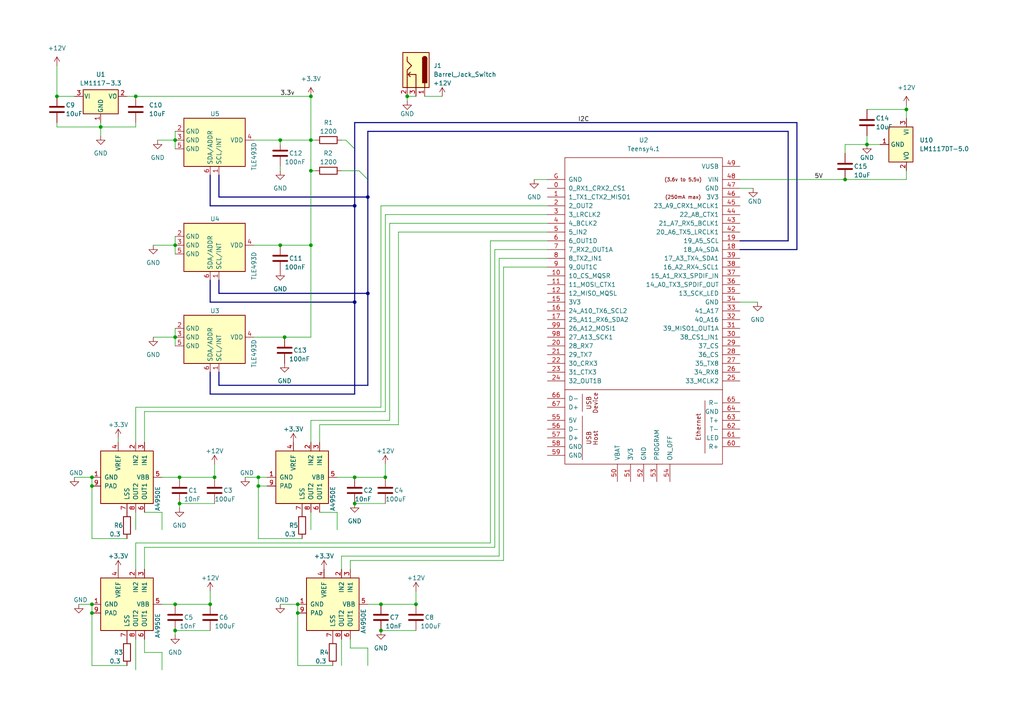
<source format=kicad_sch>
(kicad_sch (version 20230121) (generator eeschema)
  (paper "A4")
  (lib_symbols
    (symbol "Connector:Barrel_Jack_Switch" (pin_names hide)
      (property "Reference" "J" (at 0 5.334 0))
      (property "Value" "Barrel_Jack_Switch" (at 0 -5.08 0))
      (symbol "Barrel_Jack_Switch_0_1"
        (rectangle (start -5.08 3.81) (end 5.08 -3.81) (stroke (width 0.254)) (fill (type background)))
        (arc (start -3.302 3.175) (mid -3.9343 2.54) (end -3.302 1.905) (stroke (width 0.254)))
        (arc (start -3.302 3.175) (mid -3.9343 2.54) (end -3.302 1.905) (stroke (width 0.254)) (fill (type outline)))
        (polyline (pts (xy 1.27 -2.286) (xy 1.905 -1.651)) (stroke (width 0.254)))
        (polyline (pts (xy 5.08 2.54) (xy 3.81 2.54)) (stroke (width 0.254)))
        (polyline (pts (xy 5.08 0) (xy 1.27 0) (xy 1.27 -2.286) (xy 0.635 -1.651)) (stroke (width 0.254)))
        (polyline (pts (xy -3.81 -2.54) (xy -2.54 -2.54) (xy -1.27 -1.27) (xy 0 -2.54) (xy 2.54 -2.54) (xy 5.08 -2.54)) (stroke (width 0.254)))
        (rectangle (start 3.683 3.175) (end -3.302 1.905) (stroke (width 0.254)) (fill (type outline)))
      )
      (symbol "Barrel_Jack_Switch_1_1"
        (pin passive line (at 7.62 2.54 180) (length 2.54) (name "~") (number "1"))
        (pin passive line (at 7.62 -2.54 180) (length 2.54) (name "~") (number "2"))
        (pin passive line (at 7.62 0 180) (length 2.54) (name "~") (number "3"))
      )
    )
    (symbol "Device:C" (pin_numbers hide) (pin_names (offset 0.254))
      (property "Reference" "C" (at 0.635 2.54 0))
      (property "Value" "C" (at 0.635 -2.54 0))
      (symbol "C_0_1"
        (polyline (pts (xy -2.032 -0.762) (xy 2.032 -0.762)) (stroke (width 0.508)))
        (polyline (pts (xy -2.032 0.762) (xy 2.032 0.762)) (stroke (width 0.508)))
      )
      (symbol "C_1_1"
        (pin passive line (at 0 3.81 270) (length 2.794) (name "~") (number "1"))
        (pin passive line (at 0 -3.81 90) (length 2.794) (name "~") (number "2"))
      )
    )
    (symbol "Device:R" (pin_numbers hide) (pin_names (offset 0))
      (property "Reference" "R" (at 2.032 0 90))
      (property "Value" "R" (at 0 0 90))
      (symbol "R_0_1"
        (rectangle (start -1.016 -2.54) (end 1.016 2.54) (stroke (width 0.254)))
      )
      (symbol "R_1_1"
        (pin passive line (at 0 3.81 270) (length 1.27) (name "~") (number "1"))
        (pin passive line (at 0 -3.81 90) (length 1.27) (name "~") (number "2"))
      )
    )
    (symbol "Driver_Motor:A4950E" (pin_names (offset 1.016))
      (property "Reference" "U" (at -7.62 8.89 0))
      (property "Value" "A4950E" (at 5.08 8.89 0))
      (symbol "A4950E_0_1"
        (rectangle (start -7.62 7.62) (end 7.62 -7.62) (stroke (width 0.254)) (fill (type background)))
      )
      (symbol "A4950E_1_1"
        (pin power_in line (at 0 -10.16 90) (length 2.54) (name "GND") (number "1"))
        (pin input line (at -10.16 2.54 0) (length 2.54) (name "IN2") (number "2"))
        (pin input line (at -10.16 5.08 0) (length 2.54) (name "IN1") (number "3"))
        (pin passive line (at -10.16 -2.54 0) (length 2.54) (name "VREF") (number "4"))
        (pin power_in line (at 0 10.16 270) (length 2.54) (name "VBB") (number "5"))
        (pin power_out line (at 10.16 5.08 180) (length 2.54) (name "OUT1") (number "6"))
        (pin power_in line (at 10.16 0 180) (length 2.54) (name "LSS") (number "7"))
        (pin power_out line (at 10.16 2.54 180) (length 2.54) (name "OUT2") (number "8"))
        (pin power_in line (at 2.54 -10.16 90) (length 2.54) (name "PAD") (number "9"))
      )
    )
    (symbol "Regulator_Linear1:LM1117-3.3" (pin_names (offset 0.254))
      (property "Reference" "U" (at -3.81 3.175 0))
      (property "Value" "LM1117-3.3" (at 0 3.175 0))
      (symbol "LM1117-3.3_0_1"
        (rectangle (start -5.08 -5.08) (end 5.08 1.905) (stroke (width 0.254)) (fill (type background)))
      )
      (symbol "LM1117-3.3_1_1"
        (pin power_in line (at 0 -7.62 90) (length 2.54) (name "GND") (number "1"))
        (pin power_out line (at 7.62 0 180) (length 2.54) (name "VO") (number "2"))
        (pin power_in line (at -7.62 0 0) (length 2.54) (name "VI") (number "3"))
      )
    )
    (symbol "Regulator_Linear:LM1117DT-5.0"
      (property "Reference" "U" (at -3.81 3.175 0))
      (property "Value" "LM1117DT-5.0" (at 0 3.175 0))
      (symbol "LM1117DT-5.0_0_1"
        (rectangle (start -5.08 -5.08) (end 5.08 1.905) (stroke (width 0.254)) (fill (type background)))
      )
      (symbol "LM1117DT-5.0_1_1"
        (pin power_in line (at 0 -7.62 90) (length 2.54) (name "GND") (number "1"))
        (pin power_out line (at 7.62 0 180) (length 2.54) (name "VO") (number "2"))
        (pin power_in line (at -7.62 0 0) (length 2.54) (name "VI") (number "3"))
      )
    )
    (symbol "Sensor_Magnetic:TLV493D"
      (property "Reference" "U" (at -6.35 11.43 0))
      (property "Value" "TLV493D" (at 5.08 11.43 0))
      (symbol "TLV493D_0_1"
        (rectangle (start -7.62 10.16) (end 6.35 -7.62) (stroke (width 0.254)) (fill (type background)))
      )
      (symbol "TLV493D_1_1"
        (pin bidirectional line (at -10.16 2.54 0) (length 2.54) (name "SCL/INT") (number "1"))
        (pin power_in line (at 2.54 -10.16 90) (length 2.54) (name "GND") (number "2"))
        (pin power_in line (at 0 -10.16 90) (length 2.54) (name "GND") (number "3"))
        (pin power_in line (at 0 12.7 270) (length 2.54) (name "VDD") (number "4"))
        (pin power_in line (at -2.54 -10.16 90) (length 2.54) (name "GND") (number "5"))
        (pin bidirectional line (at -10.16 0 0) (length 2.54) (name "SDA/ADDR") (number "6"))
      )
    )
    (symbol "power:+12V" (power) (pin_names (offset 0))
      (property "Value" "+12V" (at 0 3.556 0))
      (symbol "+12V_0_1"
        (polyline (pts (xy -0.762 1.27) (xy 0 2.54)))
        (polyline (pts (xy 0 0) (xy 0 2.54)))
        (polyline (pts (xy 0 2.54) (xy 0.762 1.27)))
      )
      (symbol "+12V_1_1"
        (pin power_in line (at 0 0 90) (length 0) hide (name "+12V") (number "1"))
      )
    )
    (symbol "power:+3.3V" (power) (pin_names (offset 0))
      (property "Value" "+3.3V" (at 0 3.556 0))
      (symbol "+3.3V_0_1"
        (polyline (pts (xy -0.762 1.27) (xy 0 2.54)))
        (polyline (pts (xy 0 0) (xy 0 2.54)))
        (polyline (pts (xy 0 2.54) (xy 0.762 1.27)))
      )
      (symbol "+3.3V_1_1"
        (pin power_in line (at 0 0 90) (length 0) hide (name "+3.3V") (number "1"))
      )
    )
    (symbol "power:GND" (power) (pin_names (offset 0))
      (property "Value" "GND" (at 0 -3.81 0))
      (symbol "GND_0_1"
        (polyline (pts (xy 0 0) (xy 0 -1.27) (xy 1.27 -1.27) (xy 0 -2.54) (xy -1.27 -1.27) (xy 0 -1.27)))
      )
      (symbol "GND_1_1"
        (pin power_in line (at 0 0 270) (length 0) hide (name "GND") (number "1"))
      )
    )
    (symbol "teensy:Teensy4.1" (pin_names (offset 1.016))
      (property "Reference" "U2" (at 0 66.04 0))
      (property "Value" "Teensy4.1" (at 0 63.5 0))
      (symbol "Teensy4.1_0_0"
        (polyline (pts (xy -22.86 -6.35) (xy 22.86 -6.35)))
        (polyline (pts (xy -17.78 -26.67) (xy -17.78 -13.97)))
        (polyline (pts (xy -17.78 -7.62) (xy -17.78 -12.7)))
        (polyline (pts (xy 17.78 -9.525) (xy 17.78 -24.765)))
        (text "(250mA max)" (at 11.43 49.53 0) (effects (font (size 1.016 1.016))))
        (text "(3.6v to 5.5v)" (at 11.43 54.61 0) (effects (font (size 1.016 1.016))))
        (text "Device" (at -13.97 -10.16 900) (effects (font (size 1.27 1.27))))
        (text "Ethernet" (at 15.875 -17.145 900) (effects (font (size 1.27 1.27))))
        (text "Host" (at -13.97 -20.32 900) (effects (font (size 1.27 1.27))))
        (text "USB" (at -15.875 -20.32 900) (effects (font (size 1.27 1.27))))
        (text "USB" (at -15.875 -10.16 900) (effects (font (size 1.27 1.27))))
        (pin power_in line (at -27.94 19.05 0) (length 5.08) (name "3V3") (number "15"))
        (pin bidirectional line (at -27.94 16.51 0) (length 5.08) (name "24_A10_TX6_SCL2") (number "16"))
        (pin bidirectional line (at -27.94 13.97 0) (length 5.08) (name "25_A11_RX6_SDA2") (number "17"))
        (pin bidirectional line (at -27.94 6.35 0) (length 5.08) (name "28_RX7") (number "20"))
        (pin bidirectional line (at -27.94 3.81 0) (length 5.08) (name "29_TX7") (number "21"))
        (pin bidirectional line (at -27.94 1.27 0) (length 5.08) (name "30_CRX3") (number "22"))
        (pin bidirectional line (at -27.94 -1.27 0) (length 5.08) (name "31_CTX3") (number "23"))
        (pin bidirectional line (at -27.94 -3.81 0) (length 5.08) (name "32_OUT1B") (number "24"))
        (pin bidirectional line (at 27.94 -3.81 180) (length 5.08) (name "33_MCLK2") (number "25"))
        (pin bidirectional line (at 27.94 -1.27 180) (length 5.08) (name "34_RX8") (number "26"))
        (pin bidirectional line (at 27.94 1.27 180) (length 5.08) (name "35_TX8") (number "27"))
        (pin bidirectional line (at 27.94 3.81 180) (length 5.08) (name "36_CS") (number "28"))
        (pin bidirectional line (at 27.94 6.35 180) (length 5.08) (name "37_CS") (number "29"))
        (pin bidirectional line (at 27.94 8.89 180) (length 5.08) (name "38_CS1_IN1") (number "30"))
        (pin bidirectional line (at 27.94 11.43 180) (length 5.08) (name "39_MISO1_OUT1A") (number "31"))
        (pin bidirectional line (at 27.94 13.97 180) (length 5.08) (name "40_A16") (number "32"))
        (pin bidirectional line (at 27.94 16.51 180) (length 5.08) (name "41_A17") (number "33"))
        (pin bidirectional line (at 27.94 21.59 180) (length 5.08) (name "13_SCK_LED") (number "35"))
        (pin bidirectional line (at 27.94 24.13 180) (length 5.08) (name "14_A0_TX3_SPDIF_OUT") (number "36"))
        (pin bidirectional line (at 27.94 26.67 180) (length 5.08) (name "15_A1_RX3_SPDIF_IN") (number "37"))
        (pin bidirectional line (at 27.94 29.21 180) (length 5.08) (name "16_A2_RX4_SCL1") (number "38"))
        (pin bidirectional line (at 27.94 31.75 180) (length 5.08) (name "17_A3_TX4_SDA1") (number "39"))
        (pin bidirectional line (at 27.94 39.37 180) (length 5.08) (name "20_A6_TX5_LRCLK1") (number "42"))
        (pin bidirectional line (at 27.94 41.91 180) (length 5.08) (name "21_A7_RX5_BCLK1") (number "43"))
        (pin bidirectional line (at 27.94 44.45 180) (length 5.08) (name "22_A8_CTX1") (number "44"))
        (pin bidirectional line (at 27.94 46.99 180) (length 5.08) (name "23_A9_CRX1_MCLK1") (number "45"))
        (pin output line (at 27.94 49.53 180) (length 5.08) (name "3V3") (number "46"))
        (pin output line (at 27.94 52.07 180) (length 5.08) (name "GND") (number "47"))
        (pin power_in line (at 27.94 54.61 180) (length 5.08) (name "VIN") (number "48"))
        (pin power_out line (at 27.94 58.42 180) (length 5.08) (name "VUSB") (number "49"))
        (pin power_in line (at -7.62 -33.02 90) (length 5.08) (name "VBAT") (number "50"))
        (pin power_in line (at -3.81 -33.02 90) (length 5.08) (name "3V3") (number "51"))
        (pin input line (at 0 -33.02 90) (length 5.08) (name "GND") (number "52"))
        (pin input line (at 3.81 -33.02 90) (length 5.08) (name "PROGRAM") (number "53"))
        (pin input line (at 7.62 -33.02 90) (length 5.08) (name "ON_OFF") (number "54"))
        (pin power_out line (at -27.94 -15.24 0) (length 5.08) (name "5V") (number "55"))
        (pin bidirectional line (at -27.94 -17.78 0) (length 5.08) (name "D-") (number "56"))
        (pin bidirectional line (at -27.94 -20.32 0) (length 5.08) (name "D+") (number "57"))
        (pin power_in line (at -27.94 -22.86 0) (length 5.08) (name "GND") (number "58"))
        (pin power_in line (at -27.94 -25.4 0) (length 5.08) (name "GND") (number "59"))
        (pin bidirectional line (at 27.94 -22.86 180) (length 5.08) (name "R+") (number "60"))
        (pin bidirectional line (at 27.94 -20.32 180) (length 5.08) (name "LED") (number "61"))
        (pin bidirectional line (at 27.94 -17.78 180) (length 5.08) (name "T-") (number "62"))
        (pin bidirectional line (at 27.94 -15.24 180) (length 5.08) (name "T+") (number "63"))
        (pin power_in line (at 27.94 -12.7 180) (length 5.08) (name "GND") (number "64"))
        (pin bidirectional line (at 27.94 -10.16 180) (length 5.08) (name "R-") (number "65"))
        (pin bidirectional line (at -27.94 -8.89 0) (length 5.08) (name "D-") (number "66"))
        (pin bidirectional line (at -27.94 -11.43 0) (length 5.08) (name "D+") (number "67"))
      )
      (symbol "Teensy4.1_0_1"
        (rectangle (start -22.86 60.96) (end 22.86 -27.94))
        (rectangle (start -20.32 -1.27) (end -20.32 -1.27))
      )
      (symbol "Teensy4.1_1_0"
        (pin bidirectional line (at -27.94 26.67 0) (length 5.08) (name "10_CS_MQSR") (number "10"))
        (pin bidirectional line (at -27.94 24.13 0) (length 5.08) (name "11_MOSI_CTX1") (number "11"))
        (pin bidirectional line (at -27.94 21.59 0) (length 5.08) (name "12_MISO_MQSL") (number "12"))
        (pin bidirectional line (at 27.94 34.29 180) (length 5.08) (name "18_A4_SDA") (number "18"))
        (pin bidirectional line (at 27.94 36.83 180) (length 5.08) (name "19_A5_SCL") (number "19"))
        (pin bidirectional line (at -27.94 44.45 0) (length 5.08) (name "3_LRCLK2") (number "3"))
        (pin bidirectional line (at -27.94 41.91 0) (length 5.08) (name "4_BCLK2") (number "4"))
        (pin bidirectional line (at -27.94 39.37 0) (length 5.08) (name "5_IN2") (number "5"))
        (pin bidirectional line (at -27.94 36.83 0) (length 5.08) (name "6_OUT1D") (number "6"))
        (pin bidirectional line (at -27.94 34.29 0) (length 5.08) (name "7_RX2_OUT1A") (number "7"))
        (pin bidirectional line (at -27.94 31.75 0) (length 5.08) (name "8_TX2_IN1") (number "8"))
        (pin bidirectional line (at -27.94 29.21 0) (length 5.08) (name "9_OUT1C") (number "9"))
        (pin bidirectional line (at -27.94 8.89 0) (length 5.08) (name "27_A13_SCK1") (number "98"))
        (pin bidirectional line (at -27.94 11.43 0) (length 5.08) (name "26_A12_MOSI1") (number "99"))
      )
      (symbol "Teensy4.1_1_1"
        (pin bidirectional line (at -27.94 52.07 0) (length 5.08) (name "0_RX1_CRX2_CS1") (number "0"))
        (pin bidirectional line (at -27.94 49.53 0) (length 5.08) (name "1_TX1_CTX2_MISO1") (number "1"))
        (pin bidirectional line (at -27.94 46.99 0) (length 5.08) (name "2_OUT2") (number "2"))
        (pin power_in line (at 27.94 19.05 180) (length 5.08) (name "GND") (number "34"))
        (pin power_in line (at -27.94 54.61 0) (length 5.08) (name "GND") (number "G"))
      )
    )
  )
  (junction (at 106.68 85.09))
  (junction (at 82.55 97.79))
  (junction (at 118.11 27.94))
  (junction (at 26.67 175.26))
  (junction (at 81.28 40.64))
  (junction (at 86.36 175.26))
  (junction (at 86.36 177.8))
  (junction (at 50.8 182.88))
  (junction (at 50.8 97.79))
  (junction (at 102.87 146.05))
  (junction (at 90.17 27.94))
  (junction (at 90.17 40.64))
  (junction (at 39.37 27.94))
  (junction (at 62.23 138.43))
  (junction (at 74.93 140.97))
  (junction (at 111.76 138.43))
  (junction (at 50.8 71.12))
  (junction (at 26.67 138.43))
  (junction (at 102.87 87.63))
  (junction (at 120.65 175.26))
  (junction (at 26.67 140.97))
  (junction (at 29.21 36.83))
  (junction (at 81.28 71.12))
  (junction (at 16.51 27.94))
  (junction (at 90.17 49.53))
  (junction (at 52.07 146.05))
  (junction (at 52.07 138.43))
  (junction (at 110.49 182.88))
  (junction (at 110.49 175.26))
  (junction (at 106.68 57.15))
  (junction (at 50.8 40.64))
  (junction (at 74.93 138.43))
  (junction (at 262.89 31.75))
  (junction (at 60.96 175.26))
  (junction (at 102.87 59.69))
  (junction (at 50.8 175.26))
  (junction (at 245.11 52.07))
  (junction (at 26.67 177.8))
  (junction (at 251.46 41.91))
  (junction (at 102.87 138.43))
  (junction (at 90.17 71.12))
  (bus_entry (at 100.33 40.64) (size 2.54 2.54))
  (bus_entry (at 104.14 49.53) (size 2.54 2.54))
  (wire (pts (xy 41.91 189.23) (xy 46.99 189.23)))
  (wire (pts (xy 101.6 185.42) (xy 101.6 187.96)))
  (wire (pts (xy 154.94 52.07) (xy 158.75 52.07)))
  (wire (pts (xy 90.17 121.92) (xy 90.17 128.27)))
  (wire (pts (xy 81.28 48.26) (xy 81.28 49.53)))
  (wire (pts (xy 251.46 31.75) (xy 262.89 31.75)))
  (wire (pts (xy 16.51 36.83) (xy 29.21 36.83)))
  (bus (pts (xy 106.68 85.09) (xy 106.68 111.76)))
  (wire (pts (xy 219.71 87.63) (xy 214.63 87.63)))
  (bus (pts (xy 228.6 38.1) (xy 228.6 69.85)))
  (wire (pts (xy 81.28 40.64) (xy 90.17 40.64)))
  (wire (pts (xy 26.67 138.43) (xy 26.67 140.97)))
  (wire (pts (xy 34.29 127) (xy 34.29 128.27)))
  (wire (pts (xy 115.57 67.31) (xy 115.57 123.19)))
  (bus (pts (xy 102.87 35.56) (xy 231.14 35.56)))
  (wire (pts (xy 101.6 187.96) (xy 106.68 187.96)))
  (wire (pts (xy 144.78 74.93) (xy 144.78 161.29)))
  (wire (pts (xy 111.76 119.38) (xy 111.76 62.23)))
  (bus (pts (xy 214.63 69.85) (xy 228.6 69.85)))
  (bus (pts (xy 102.87 114.3) (xy 60.96 114.3)))
  (bus (pts (xy 214.63 72.39) (xy 231.14 72.39)))
  (wire (pts (xy 99.06 161.29) (xy 99.06 165.1)))
  (wire (pts (xy 146.05 77.47) (xy 146.05 162.56)))
  (wire (pts (xy 46.99 189.23) (xy 46.99 194.31)))
  (wire (pts (xy 26.67 175.26) (xy 26.67 177.8)))
  (wire (pts (xy 44.45 97.79) (xy 50.8 97.79)))
  (wire (pts (xy 81.28 71.12) (xy 90.17 71.12)))
  (wire (pts (xy 158.75 59.69) (xy 110.49 59.69)))
  (wire (pts (xy 143.51 72.39) (xy 143.51 158.75)))
  (wire (pts (xy 97.79 138.43) (xy 102.87 138.43)))
  (wire (pts (xy 142.24 157.48) (xy 39.37 157.48)))
  (wire (pts (xy 71.12 138.43) (xy 74.93 138.43)))
  (bus (pts (xy 63.5 50.8) (xy 63.5 57.15)))
  (wire (pts (xy 99.06 185.42) (xy 99.06 193.04)))
  (wire (pts (xy 81.28 175.26) (xy 86.36 175.26)))
  (wire (pts (xy 41.91 158.75) (xy 41.91 165.1)))
  (wire (pts (xy 21.59 138.43) (xy 26.67 138.43)))
  (wire (pts (xy 46.99 138.43) (xy 52.07 138.43)))
  (wire (pts (xy 29.21 36.83) (xy 29.21 39.37)))
  (wire (pts (xy 46.99 175.26) (xy 50.8 175.26)))
  (wire (pts (xy 39.37 27.94) (xy 90.17 27.94)))
  (bus (pts (xy 63.5 111.76) (xy 106.68 111.76)))
  (wire (pts (xy 111.76 134.62) (xy 111.76 138.43)))
  (wire (pts (xy 142.24 69.85) (xy 142.24 157.48)))
  (wire (pts (xy 52.07 146.05) (xy 62.23 146.05)))
  (wire (pts (xy 22.86 175.26) (xy 26.67 175.26)))
  (wire (pts (xy 39.37 185.42) (xy 39.37 194.31)))
  (wire (pts (xy 36.83 27.94) (xy 39.37 27.94)))
  (wire (pts (xy 262.89 31.75) (xy 262.89 30.48)))
  (wire (pts (xy 106.68 187.96) (xy 106.68 193.04)))
  (bus (pts (xy 63.5 57.15) (xy 106.68 57.15)))
  (wire (pts (xy 86.36 193.04) (xy 86.36 177.8)))
  (bus (pts (xy 106.68 52.07) (xy 106.68 57.15)))
  (wire (pts (xy 74.93 138.43) (xy 74.93 140.97)))
  (wire (pts (xy 73.66 40.64) (xy 81.28 40.64)))
  (wire (pts (xy 110.49 118.11) (xy 39.37 118.11)))
  (wire (pts (xy 110.49 175.26) (xy 120.65 175.26)))
  (bus (pts (xy 60.96 107.95) (xy 60.96 114.3)))
  (bus (pts (xy 102.87 59.69) (xy 102.87 87.63)))
  (wire (pts (xy 60.96 175.26) (xy 60.96 171.45)))
  (wire (pts (xy 26.67 193.04) (xy 26.67 177.8)))
  (wire (pts (xy 46.99 148.59) (xy 46.99 153.67)))
  (wire (pts (xy 50.8 71.12) (xy 50.8 73.66)))
  (wire (pts (xy 90.17 71.12) (xy 90.17 97.79)))
  (wire (pts (xy 214.63 52.07) (xy 245.11 52.07)))
  (wire (pts (xy 262.89 49.53) (xy 262.89 52.07)))
  (bus (pts (xy 106.68 57.15) (xy 106.68 85.09)))
  (wire (pts (xy 111.76 62.23) (xy 158.75 62.23)))
  (wire (pts (xy 110.49 59.69) (xy 110.49 118.11)))
  (wire (pts (xy 158.75 69.85) (xy 142.24 69.85)))
  (wire (pts (xy 74.93 156.21) (xy 74.93 140.97)))
  (wire (pts (xy 118.11 27.94) (xy 118.11 29.21)))
  (bus (pts (xy 63.5 85.09) (xy 106.68 85.09)))
  (wire (pts (xy 50.8 38.1) (xy 50.8 40.64)))
  (wire (pts (xy 97.79 148.59) (xy 97.79 153.67)))
  (wire (pts (xy 81.28 40.64) (xy 81.28 41.91)))
  (wire (pts (xy 90.17 148.59) (xy 90.17 153.67)))
  (wire (pts (xy 158.75 72.39) (xy 143.51 72.39)))
  (bus (pts (xy 106.68 52.07) (xy 106.68 38.1)))
  (wire (pts (xy 158.75 64.77) (xy 113.03 64.77)))
  (wire (pts (xy 44.45 71.12) (xy 50.8 71.12)))
  (bus (pts (xy 63.5 107.95) (xy 63.5 111.76)))
  (wire (pts (xy 146.05 162.56) (xy 101.6 162.56)))
  (wire (pts (xy 120.65 175.26) (xy 120.65 171.45)))
  (wire (pts (xy 41.91 148.59) (xy 46.99 148.59)))
  (wire (pts (xy 218.44 54.61) (xy 214.63 54.61)))
  (wire (pts (xy 50.8 95.25) (xy 50.8 97.79)))
  (wire (pts (xy 87.63 156.21) (xy 74.93 156.21)))
  (wire (pts (xy 36.83 193.04) (xy 26.67 193.04)))
  (wire (pts (xy 39.37 35.56) (xy 39.37 36.83)))
  (wire (pts (xy 90.17 40.64) (xy 90.17 49.53)))
  (bus (pts (xy 63.5 81.28) (xy 63.5 85.09)))
  (wire (pts (xy 50.8 97.79) (xy 50.8 100.33)))
  (wire (pts (xy 16.51 36.83) (xy 16.51 35.56)))
  (bus (pts (xy 102.87 87.63) (xy 102.87 114.3)))
  (wire (pts (xy 118.11 27.94) (xy 120.65 27.94)))
  (wire (pts (xy 41.91 185.42) (xy 41.91 189.23)))
  (wire (pts (xy 128.27 27.94) (xy 123.19 27.94)))
  (bus (pts (xy 60.96 81.28) (xy 60.96 87.63)))
  (wire (pts (xy 99.06 49.53) (xy 104.14 49.53)))
  (wire (pts (xy 62.23 138.43) (xy 62.23 134.62)))
  (bus (pts (xy 60.96 87.63) (xy 102.87 87.63)))
  (wire (pts (xy 39.37 157.48) (xy 39.37 165.1)))
  (wire (pts (xy 90.17 49.53) (xy 91.44 49.53)))
  (wire (pts (xy 90.17 27.94) (xy 90.17 40.64)))
  (wire (pts (xy 73.66 97.79) (xy 82.55 97.79)))
  (bus (pts (xy 60.96 50.8) (xy 60.96 59.69)))
  (bus (pts (xy 60.96 59.69) (xy 102.87 59.69)))
  (wire (pts (xy 158.75 77.47) (xy 146.05 77.47)))
  (wire (pts (xy 113.03 64.77) (xy 113.03 121.92)))
  (wire (pts (xy 102.87 138.43) (xy 111.76 138.43)))
  (wire (pts (xy 73.66 71.12) (xy 81.28 71.12)))
  (wire (pts (xy 82.55 97.79) (xy 90.17 97.79)))
  (wire (pts (xy 41.91 119.38) (xy 111.76 119.38)))
  (wire (pts (xy 102.87 146.05) (xy 111.76 146.05)))
  (wire (pts (xy 16.51 27.94) (xy 21.59 27.94)))
  (wire (pts (xy 52.07 138.43) (xy 62.23 138.43)))
  (wire (pts (xy 77.47 138.43) (xy 74.93 138.43)))
  (wire (pts (xy 143.51 158.75) (xy 41.91 158.75)))
  (bus (pts (xy 106.68 38.1) (xy 228.6 38.1)))
  (wire (pts (xy 92.71 148.59) (xy 97.79 148.59)))
  (wire (pts (xy 52.07 147.32) (xy 52.07 146.05)))
  (wire (pts (xy 144.78 161.29) (xy 99.06 161.29)))
  (wire (pts (xy 92.71 123.19) (xy 92.71 128.27)))
  (wire (pts (xy 101.6 162.56) (xy 101.6 165.1)))
  (wire (pts (xy 251.46 39.37) (xy 251.46 41.91)))
  (wire (pts (xy 29.21 36.83) (xy 39.37 36.83)))
  (wire (pts (xy 50.8 175.26) (xy 60.96 175.26)))
  (bus (pts (xy 102.87 43.18) (xy 102.87 59.69)))
  (wire (pts (xy 245.11 41.91) (xy 251.46 41.91)))
  (wire (pts (xy 262.89 34.29) (xy 262.89 31.75)))
  (wire (pts (xy 90.17 40.64) (xy 91.44 40.64)))
  (wire (pts (xy 115.57 123.19) (xy 92.71 123.19)))
  (bus (pts (xy 231.14 35.56) (xy 231.14 72.39)))
  (wire (pts (xy 50.8 182.88) (xy 60.96 182.88)))
  (wire (pts (xy 74.93 140.97) (xy 77.47 140.97)))
  (wire (pts (xy 16.51 19.05) (xy 16.51 27.94)))
  (wire (pts (xy 86.36 175.26) (xy 86.36 177.8)))
  (wire (pts (xy 99.06 40.64) (xy 100.33 40.64)))
  (wire (pts (xy 29.21 36.83) (xy 29.21 35.56)))
  (bus (pts (xy 102.87 35.56) (xy 102.87 43.18)))
  (wire (pts (xy 110.49 182.88) (xy 120.65 182.88)))
  (wire (pts (xy 106.68 175.26) (xy 110.49 175.26)))
  (wire (pts (xy 251.46 41.91) (xy 255.27 41.91)))
  (wire (pts (xy 262.89 52.07) (xy 245.11 52.07)))
  (wire (pts (xy 158.75 74.93) (xy 144.78 74.93)))
  (wire (pts (xy 245.11 44.45) (xy 245.11 41.91)))
  (wire (pts (xy 39.37 148.59) (xy 39.37 153.67)))
  (wire (pts (xy 113.03 121.92) (xy 90.17 121.92)))
  (wire (pts (xy 26.67 156.21) (xy 26.67 140.97)))
  (wire (pts (xy 50.8 40.64) (xy 50.8 43.18)))
  (wire (pts (xy 50.8 68.58) (xy 50.8 71.12)))
  (wire (pts (xy 158.75 67.31) (xy 115.57 67.31)))
  (wire (pts (xy 50.8 184.15) (xy 50.8 182.88)))
  (wire (pts (xy 36.83 156.21) (xy 26.67 156.21)))
  (wire (pts (xy 90.17 49.53) (xy 90.17 71.12)))
  (wire (pts (xy 41.91 128.27) (xy 41.91 119.38)))
  (wire (pts (xy 39.37 118.11) (xy 39.37 128.27)))
  (wire (pts (xy 45.72 40.64) (xy 50.8 40.64)))
  (wire (pts (xy 96.52 193.04) (xy 86.36 193.04)))
  (label "5V" (at 236.22 52.07 0))
  (label "3.3v" (at 81.28 27.94 0))
  (label "I2C" (at 167.64 35.56 0))
  (symbol (lib_id "Device:C") (at 111.76 142.24 0) (unit 1)
    (property "Reference" "C4" (at 114.3 142.24 0) (effects (justify left)))
    (property "Value" "100uF" (at 111.76 144.78 0) (effects (justify left)))
    (property "Footprint" "Capacitor_SMD:CP_Elec_6.3x7.7" (effects hide))
  )
  (symbol (lib_id "Device:C") (at 52.07 142.24 0) (unit 1)
    (property "Reference" "C1" (at 54.61 142.24 0) (effects (justify left)))
    (property "Value" "10nF" (at 53.34 144.78 0) (effects (justify left)))
    (property "Footprint" "Capacitor_SMD:C_0603_1608Metric" (effects hide))
  )
  (symbol (lib_id "power:+12V") (at 120.65 171.45 0) (unit 1)
    (property "Reference" "#PWR011" (effects hide))
    (property "Value" "+12V" (at 120.65 167.64 0))
  )
  (symbol (lib_id "Device:R") (at 95.25 49.53 270) (unit 1)
    (property "Reference" "R2" (at 96.52 44.45 90) (effects (justify right)))
    (property "Value" "1200" (at 97.79 46.99 90) (effects (justify right)))
    (property "Footprint" "Resistor_SMD:R_0805_2012Metric" (effects hide))
  )
  (symbol (lib_id "power:GND") (at 81.28 78.74 0) (mirror y) (unit 1)
    (property "Reference" "#PWR020" (effects hide))
    (property "Value" "GND" (at 81.28 83.82 0))
  )
  (symbol (lib_id "power:GND") (at 81.28 175.26 0) (unit 1)
    (property "Reference" "#PWR026" (effects hide))
    (property "Value" "GND" (at 83.82 173.99 0) (effects (justify right)))
  )
  (symbol (lib_id "power:GND") (at 52.07 147.32 0) (unit 1)
    (property "Reference" "#PWR07" (effects hide))
    (property "Value" "GND" (at 52.07 152.4 0))
  )
  (symbol (lib_id "power:+3.3V") (at 90.17 27.94 0) (unit 1)
    (property "Reference" "#PWR017" (effects hide))
    (property "Value" "+3.3V" (at 90.17 22.86 0))
  )
  (symbol (lib_id "power:GND") (at 110.49 182.88 0) (unit 1)
    (property "Reference" "#PWR012" (effects hide))
    (property "Value" "GND" (at 110.49 187.96 0))
  )
  (symbol (lib_id "Regulator_Linear1:LM1117-3.3") (at 29.21 27.94 0) (unit 1)
    (property "Reference" "U1" (at 29.21 21.59 0))
    (property "Value" "LM1117-3.3" (at 29.21 24.13 0))
    (property "Footprint" "MAGLEV:lm1117" (effects hide))
    (property "Datasheet" "http://www.ti.com/lit/ds/symlink/lm1117.pdf" (effects hide))
  )
  (symbol (lib_id "Device:C") (at 102.87 142.24 0) (unit 1)
    (property "Reference" "C2" (at 105.41 142.24 0) (effects (justify left)))
    (property "Value" "10nF" (at 102.87 144.78 0) (effects (justify left)))
    (property "Footprint" "Capacitor_SMD:C_0603_1608Metric" (effects hide))
  )
  (symbol (lib_id "Device:C") (at 16.51 31.75 0) (unit 1)
    (property "Reference" "C9" (at 19.05 30.48 0) (effects (justify left)))
    (property "Value" "10uF" (at 19.05 33.02 0) (effects (justify left)))
    (property "Footprint" "Capacitor_SMD:C_0805_2012Metric" (effects hide))
  )
  (symbol (lib_id "power:GND") (at 154.94 52.07 0) (unit 1)
    (property "Reference" "#PWR027" (effects hide))
    (property "Value" "GND" (at 154.94 57.15 0))
  )
  (symbol (lib_id "Driver_Motor:A4950E") (at 87.63 138.43 270) (unit 1)
    (property "Reference" "U9" (effects hide))
    (property "Value" "A4950E" (at 96.52 140.97 0) (effects (justify left)))
    (property "Footprint" "Package_SO:SOIC-8-1EP_3.9x4.9mm_P1.27mm_EP2.41x3.3mm" (effects hide))
    (property "Datasheet" "http://www.allegromicro.com/~/media/Files/Datasheets/A4950-Datasheet.ashx" (effects hide))
  )
  (symbol (lib_id "Device:R") (at 87.63 152.4 0) (unit 1)
    (property "Reference" "R5" (at 83.82 152.4 0) (effects (justify left)))
    (property "Value" "0.3" (at 82.55 154.94 0) (effects (justify left)))
    (property "Footprint" "Resistor_SMD:R_1206_3216Metric_Pad1.30x1.75mm_HandSolder" (effects hide))
  )
  (symbol (lib_id "Device:C") (at 39.37 31.75 0) (unit 1)
    (property "Reference" "C10" (at 43.18 30.48 0) (effects (justify left)))
    (property "Value" "10uF" (at 43.18 33.02 0) (effects (justify left)))
    (property "Footprint" "Capacitor_SMD:C_0805_2012Metric" (effects hide))
  )
  (symbol (lib_id "Device:C") (at 245.11 48.26 0) (unit 1)
    (property "Reference" "C15" (at 247.65 48.26 0) (effects (justify left)))
    (property "Value" "10uF" (at 247.65 50.8 0) (effects (justify left)))
    (property "Footprint" "Capacitor_SMD:C_0805_2012Metric" (effects hide))
  )
  (symbol (lib_id "power:+12V") (at 16.51 19.05 0) (unit 1)
    (property "Reference" "#PWR01" (effects hide))
    (property "Value" "+12V" (at 16.51 13.97 0))
  )
  (symbol (lib_id "power:+12V") (at 262.89 30.48 0) (unit 1)
    (property "Reference" "#PWR022" (effects hide))
    (property "Value" "+12V" (at 262.89 25.4 0))
  )
  (symbol (lib_id "Device:C") (at 82.55 101.6 0) (mirror x) (unit 1)
    (property "Reference" "C13" (at 85.09 101.6 0) (effects (justify left)))
    (property "Value" "100nF" (at 83.82 104.14 0) (effects (justify left)))
    (property "Footprint" "Capacitor_SMD:C_0603_1608Metric" (effects hide))
  )
  (symbol (lib_id "Device:C") (at 50.8 179.07 0) (unit 1)
    (property "Reference" "C5" (at 53.34 179.07 0) (effects (justify left)))
    (property "Value" "10nF" (at 52.07 181.61 0) (effects (justify left)))
    (property "Footprint" "Capacitor_SMD:C_0603_1608Metric" (effects hide))
  )
  (symbol (lib_id "Device:R") (at 95.25 40.64 90) (unit 1)
    (property "Reference" "R1" (at 95.25 35.56 90))
    (property "Value" "1200" (at 95.25 38.1 90))
    (property "Footprint" "Resistor_SMD:R_0805_2012Metric" (effects hide))
  )
  (symbol (lib_id "power:GND") (at 251.46 41.91 0) (unit 1)
    (property "Reference" "#PWR023" (effects hide))
    (property "Value" "GND" (at 251.46 45.72 0))
  )
  (symbol (lib_id "power:+12V") (at 128.27 27.94 0) (mirror y) (unit 1)
    (property "Reference" "#PWR018" (effects hide))
    (property "Value" "+12V" (at 128.27 24.13 0))
  )
  (symbol (lib_id "power:+12V") (at 60.96 171.45 0) (unit 1)
    (property "Reference" "#PWR05" (effects hide))
    (property "Value" "+12V" (at 60.96 167.64 0))
  )
  (symbol (lib_id "power:GND") (at 102.87 146.05 0) (unit 1)
    (property "Reference" "#PWR09" (effects hide))
    (property "Value" "GND" (at 102.87 151.13 0))
  )
  (symbol (lib_id "Device:R") (at 36.83 189.23 0) (unit 1)
    (property "Reference" "R3" (at 33.02 189.23 0) (effects (justify left)))
    (property "Value" "0.3" (at 31.75 191.77 0) (effects (justify left)))
    (property "Footprint" "Resistor_SMD:R_1206_3216Metric_Pad1.30x1.75mm_HandSolder" (effects hide))
  )
  (symbol (lib_id "Sensor_Magnetic:TLV493D") (at 60.96 40.64 270) (mirror x) (unit 1)
    (property "Reference" "U5" (at 60.96 33.02 90) (effects (justify left)))
    (property "Value" "TLE493D" (at 73.66 49.53 0) (effects (justify left)))
    (property "Footprint" "Package_TO_SOT_SMD:SOT-23-6" (effects hide))
    (property "Datasheet" "http://www.infineon.com/dgdl/Infineon-TLV493D-A1B6-DS-v01_00-EN.pdf?fileId=5546d462525dbac40152a6b85c760e80" (effects hide))
  )
  (symbol (lib_id "Driver_Motor:A4950E") (at 36.83 175.26 270) (unit 1)
    (property "Reference" "U6" (effects hide))
    (property "Value" "A4950E" (at 45.72 177.8 0) (effects (justify left)))
    (property "Footprint" "Package_SO:SOIC-8-1EP_3.9x4.9mm_P1.27mm_EP2.41x3.3mm" (effects hide))
    (property "Datasheet" "http://www.allegromicro.com/~/media/Files/Datasheets/A4950-Datasheet.ashx" (effects hide))
  )
  (symbol (lib_id "power:+12V") (at 62.23 134.62 0) (unit 1)
    (property "Reference" "#PWR04" (effects hide))
    (property "Value" "+12V" (at 62.23 130.81 0))
  )
  (symbol (lib_id "Device:C") (at 81.28 74.93 0) (mirror x) (unit 1)
    (property "Reference" "C11" (at 83.82 74.93 0) (effects (justify left)))
    (property "Value" "100nF" (at 82.55 77.47 0) (effects (justify left)))
    (property "Footprint" "Capacitor_SMD:C_0603_1608Metric" (effects hide))
  )
  (symbol (lib_id "Driver_Motor:A4950E") (at 96.52 175.26 270) (unit 1)
    (property "Reference" "U7" (effects hide))
    (property "Value" "A4950E" (at 105.41 176.53 0) (effects (justify left)))
    (property "Footprint" "Package_SO:SOIC-8-1EP_3.9x4.9mm_P1.27mm_EP2.41x3.3mm" (effects hide))
    (property "Datasheet" "http://www.allegromicro.com/~/media/Files/Datasheets/A4950-Datasheet.ashx" (effects hide))
  )
  (symbol (lib_id "Device:C") (at 110.49 179.07 0) (unit 1)
    (property "Reference" "C7" (at 113.03 179.07 0) (effects (justify left)))
    (property "Value" "10nF" (at 111.76 181.61 0) (effects (justify left)))
    (property "Footprint" "Capacitor_SMD:C_0603_1608Metric" (effects hide))
  )
  (symbol (lib_id "power:+12V") (at 111.76 134.62 0) (unit 1)
    (property "Reference" "#PWR08" (effects hide))
    (property "Value" "+12V" (at 111.76 130.81 0))
  )
  (symbol (lib_id "Regulator_Linear:LM1117DT-5.0") (at 262.89 41.91 270) (unit 1)
    (property "Reference" "U10" (at 266.7 40.64 90) (effects (justify left)))
    (property "Value" "LM1117DT-5.0" (at 266.7 43.18 90) (effects (justify left)))
    (property "Footprint" "MAGLEV:lm1117" (effects hide))
    (property "Datasheet" "http://www.ti.com/lit/ds/symlink/lm1117.pdf" (effects hide))
  )
  (symbol (lib_id "power:GND") (at 118.11 29.21 0) (unit 1)
    (property "Reference" "#PWR032" (effects hide))
    (property "Value" "GND" (at 118.11 33.02 0))
  )
  (symbol (lib_id "power:+3.3V") (at 93.98 165.1 0) (unit 1)
    (property "Reference" "#PWR014" (effects hide))
    (property "Value" "+3.3V" (at 93.98 161.29 0))
  )
  (symbol (lib_id "Connector:Barrel_Jack_Switch") (at 120.65 20.32 270) (unit 1)
    (property "Reference" "J1" (at 125.73 19.05 90) (effects (justify left)))
    (property "Value" "Barrel_Jack_Switch" (at 125.73 21.59 90) (effects (justify left)))
    (property "Footprint" "barrel jack:CUI_PJ-036AH-SMT-TR" (effects hide))
  )
  (symbol (lib_id "power:GND") (at 44.45 97.79 0) (unit 1)
    (property "Reference" "#PWR030" (effects hide))
    (property "Value" "GND" (at 44.45 102.87 0))
  )
  (symbol (lib_id "Sensor_Magnetic:TLV493D") (at 60.96 97.79 270) (mirror x) (unit 1)
    (property "Reference" "U3" (at 60.96 90.17 90) (effects (justify left)))
    (property "Value" "TLE493D" (at 73.66 106.68 0) (effects (justify left)))
    (property "Footprint" "Package_TO_SOT_SMD:SOT-23-6" (effects hide))
    (property "Datasheet" "http://www.infineon.com/dgdl/Infineon-TLV493D-A1B6-DS-v01_00-EN.pdf?fileId=5546d462525dbac40152a6b85c760e80" (effects hide))
  )
  (symbol (lib_id "Device:C") (at 62.23 142.24 0) (unit 1)
    (property "Reference" "C3" (at 64.77 142.24 0) (effects (justify left)))
    (property "Value" "100uF" (at 62.23 144.78 0) (effects (justify left)))
    (property "Footprint" "Capacitor_SMD:CP_Elec_6.3x7.7" (effects hide))
  )
  (symbol (lib_id "power:GND") (at 81.28 49.53 0) (mirror y) (unit 1)
    (property "Reference" "#PWR019" (effects hide))
    (property "Value" "GND" (at 81.28 54.61 0))
  )
  (symbol (lib_id "power:GND") (at 44.45 71.12 0) (unit 1)
    (property "Reference" "#PWR029" (effects hide))
    (property "Value" "GND" (at 44.45 76.2 0))
  )
  (symbol (lib_id "power:GND") (at 50.8 184.15 0) (unit 1)
    (property "Reference" "#PWR010" (effects hide))
    (property "Value" "GND" (at 50.8 189.23 0))
  )
  (symbol (lib_id "power:+3.3V") (at 34.29 127 0) (unit 1)
    (property "Reference" "#PWR015" (effects hide))
    (property "Value" "+3.3V" (at 34.29 123.19 0))
  )
  (symbol (lib_id "power:+3.3V") (at 34.29 165.1 0) (unit 1)
    (property "Reference" "#PWR013" (effects hide))
    (property "Value" "+3.3V" (at 34.29 161.29 0))
  )
  (symbol (lib_id "Driver_Motor:A4950E") (at 36.83 138.43 270) (unit 1)
    (property "Reference" "U8" (effects hide))
    (property "Value" "A4950E" (at 45.72 140.97 0) (effects (justify left)))
    (property "Footprint" "Package_SO:SOIC-8-1EP_3.9x4.9mm_P1.27mm_EP2.41x3.3mm" (effects hide))
    (property "Datasheet" "http://www.allegromicro.com/~/media/Files/Datasheets/A4950-Datasheet.ashx" (effects hide))
  )
  (symbol (lib_id "power:GND") (at 29.21 39.37 0) (unit 1)
    (property "Reference" "#PWR02" (effects hide))
    (property "Value" "GND" (at 29.21 44.45 0))
  )
  (symbol (lib_id "teensy:Teensy4.1") (at 186.69 106.68 0) (unit 1)
    (property "Reference" "U2" (at 186.69 40.64 0))
    (property "Value" "Teensy4.1" (at 186.69 43.18 0))
    (property "Footprint" "Teensy 4.1:teensy 4.1" (effects hide))
  )
  (symbol (lib_id "Device:C") (at 120.65 179.07 0) (unit 1)
    (property "Reference" "C8" (at 123.19 179.07 0) (effects (justify left)))
    (property "Value" "100uF" (at 121.92 181.61 0) (effects (justify left)))
    (property "Footprint" "Capacitor_SMD:CP_Elec_6.3x7.7" (effects hide))
  )
  (symbol (lib_id "Device:C") (at 251.46 35.56 0) (unit 1)
    (property "Reference" "C14" (at 254 34.29 0) (effects (justify left)))
    (property "Value" "10uF" (at 254 36.83 0) (effects (justify left)))
    (property "Footprint" "Capacitor_SMD:C_0805_2012Metric" (effects hide))
  )
  (symbol (lib_id "power:GND") (at 82.55 105.41 0) (mirror y) (unit 1)
    (property "Reference" "#PWR021" (effects hide))
    (property "Value" "GND" (at 82.55 110.49 0))
  )
  (symbol (lib_id "power:GND") (at 218.44 54.61 0) (unit 1)
    (property "Reference" "#PWR028" (effects hide))
    (property "Value" "GND" (at 220.98 58.42 0) (effects (justify right)))
  )
  (symbol (lib_id "Device:C") (at 60.96 179.07 0) (unit 1)
    (property "Reference" "C6" (at 63.5 179.07 0) (effects (justify left)))
    (property "Value" "100uF" (at 62.23 181.61 0) (effects (justify left)))
    (property "Footprint" "Capacitor_SMD:CP_Elec_6.3x7.7" (effects hide))
  )
  (symbol (lib_id "Device:R") (at 96.52 189.23 0) (unit 1)
    (property "Reference" "R4" (at 92.71 189.23 0) (effects (justify left)))
    (property "Value" "0.3" (at 91.44 191.77 0) (effects (justify left)))
    (property "Footprint" "Resistor_SMD:R_1206_3216Metric_Pad1.30x1.75mm_HandSolder" (effects hide))
  )
  (symbol (lib_id "Sensor_Magnetic:TLV493D") (at 60.96 71.12 270) (mirror x) (unit 1)
    (property "Reference" "U4" (at 60.96 63.5 90) (effects (justify left)))
    (property "Value" "TLE493D" (at 73.66 81.28 0) (effects (justify left)))
    (property "Footprint" "Package_TO_SOT_SMD:SOT-23-6" (effects hide))
    (property "Datasheet" "http://www.infineon.com/dgdl/Infineon-TLV493D-A1B6-DS-v01_00-EN.pdf?fileId=5546d462525dbac40152a6b85c760e80" (effects hide))
  )
  (symbol (lib_id "power:GND") (at 22.86 175.26 0) (unit 1)
    (property "Reference" "#PWR025" (effects hide))
    (property "Value" "GND" (at 25.4 173.99 0) (effects (justify right)))
  )
  (symbol (lib_id "power:GND") (at 219.71 87.63 0) (unit 1)
    (property "Reference" "#PWR024" (effects hide))
    (property "Value" "GND" (at 219.71 92.71 0))
  )
  (symbol (lib_id "power:GND") (at 21.59 138.43 0) (unit 1)
    (property "Reference" "#PWR06" (effects hide))
    (property "Value" "GND" (at 24.13 137.16 0) (effects (justify right)))
  )
  (symbol (lib_id "Device:C") (at 81.28 44.45 0) (mirror x) (unit 1)
    (property "Reference" "C12" (at 83.82 44.45 0) (effects (justify left)))
    (property "Value" "100nF" (at 82.55 46.99 0) (effects (justify left)))
    (property "Footprint" "Capacitor_SMD:C_0603_1608Metric" (effects hide))
  )
  (symbol (lib_id "power:GND") (at 45.72 40.64 0) (unit 1)
    (property "Reference" "#PWR031" (effects hide))
    (property "Value" "GND" (at 45.72 45.72 0))
  )
  (symbol (lib_id "Device:R") (at 36.83 152.4 0) (unit 1)
    (property "Reference" "R6" (at 33.02 152.4 0) (effects (justify left)))
    (property "Value" "0.3" (at 31.75 154.94 0) (effects (justify left)))
    (property "Footprint" "Resistor_SMD:R_1206_3216Metric_Pad1.30x1.75mm_HandSolder" (effects hide))
  )
  (symbol (lib_id "power:GND") (at 71.12 138.43 0) (unit 1)
    (property "Reference" "#PWR03" (effects hide))
    (property "Value" "GND" (at 73.66 137.16 0) (effects (justify right)))
  )
  (symbol (lib_id "power:+3.3V") (at 85.09 128.27 0) (unit 1)
    (property "Reference" "#PWR016" (effects hide))
    (property "Value" "+3.3V" (at 85.09 124.46 0))
  )
)
</source>
